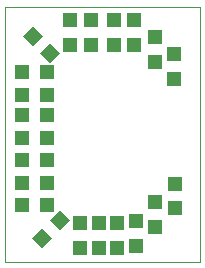
<source format=gtp>
G75*
%MOIN*%
%OFA0B0*%
%FSLAX24Y24*%
%IPPOS*%
%LPD*%
%AMOC8*
5,1,8,0,0,1.08239X$1,22.5*
%
%ADD10C,0.0000*%
%ADD11R,0.0472X0.0472*%
%ADD12R,0.0472X0.0472*%
D10*
X002392Y002517D02*
X002392Y011017D01*
X008892Y011017D01*
X008892Y002517D01*
X002392Y002517D01*
D11*
X002978Y004392D03*
X002978Y005142D03*
X002978Y005892D03*
X002978Y006642D03*
X002978Y007392D03*
X002978Y008079D03*
X002978Y008829D03*
X003805Y008829D03*
X003805Y008079D03*
X003805Y007392D03*
X003805Y006642D03*
X003805Y005892D03*
X003805Y005142D03*
X003805Y004392D03*
X004892Y003805D03*
X005517Y003805D03*
X006139Y003805D03*
X006767Y003868D03*
X007392Y003666D03*
X006767Y003041D03*
X006139Y002978D03*
X005517Y002978D03*
X004892Y002978D03*
X007392Y004493D03*
X008079Y004291D03*
X008079Y005118D03*
X008017Y008603D03*
X007392Y009166D03*
X008017Y009430D03*
X007392Y009993D03*
X006704Y009728D03*
X006017Y009728D03*
X005267Y009728D03*
X004579Y009728D03*
X004579Y010555D03*
X005267Y010555D03*
X006017Y010555D03*
X006704Y010555D03*
D12*
G36*
X003575Y009468D02*
X003908Y009801D01*
X004241Y009468D01*
X003908Y009135D01*
X003575Y009468D01*
G37*
G36*
X002990Y010053D02*
X003323Y010386D01*
X003656Y010053D01*
X003323Y009720D01*
X002990Y010053D01*
G37*
G36*
X004221Y003564D02*
X003888Y003897D01*
X004221Y004230D01*
X004554Y003897D01*
X004221Y003564D01*
G37*
G36*
X003636Y002980D02*
X003303Y003313D01*
X003636Y003646D01*
X003969Y003313D01*
X003636Y002980D01*
G37*
M02*

</source>
